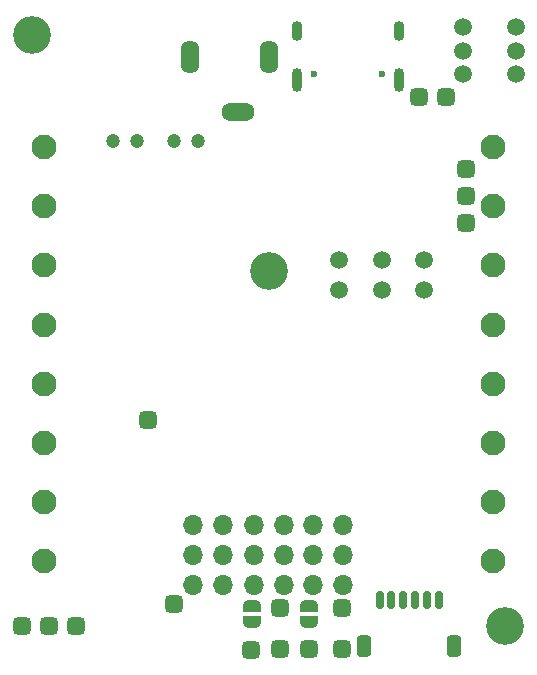
<source format=gbr>
%TF.GenerationSoftware,KiCad,Pcbnew,(7.0.0)*%
%TF.CreationDate,2023-08-07T02:07:43-04:00*%
%TF.ProjectId,NoU3,4e6f5533-2e6b-4696-9361-645f70636258,rev?*%
%TF.SameCoordinates,Original*%
%TF.FileFunction,Soldermask,Bot*%
%TF.FilePolarity,Negative*%
%FSLAX46Y46*%
G04 Gerber Fmt 4.6, Leading zero omitted, Abs format (unit mm)*
G04 Created by KiCad (PCBNEW (7.0.0)) date 2023-08-07 02:07:43*
%MOMM*%
%LPD*%
G01*
G04 APERTURE LIST*
G04 Aperture macros list*
%AMRoundRect*
0 Rectangle with rounded corners*
0 $1 Rounding radius*
0 $2 $3 $4 $5 $6 $7 $8 $9 X,Y pos of 4 corners*
0 Add a 4 corners polygon primitive as box body*
4,1,4,$2,$3,$4,$5,$6,$7,$8,$9,$2,$3,0*
0 Add four circle primitives for the rounded corners*
1,1,$1+$1,$2,$3*
1,1,$1+$1,$4,$5*
1,1,$1+$1,$6,$7*
1,1,$1+$1,$8,$9*
0 Add four rect primitives between the rounded corners*
20,1,$1+$1,$2,$3,$4,$5,0*
20,1,$1+$1,$4,$5,$6,$7,0*
20,1,$1+$1,$6,$7,$8,$9,0*
20,1,$1+$1,$8,$9,$2,$3,0*%
%AMFreePoly0*
4,1,19,0.500000,-0.750000,0.000000,-0.750000,0.000000,-0.744911,-0.071157,-0.744911,-0.207708,-0.704816,-0.327430,-0.627875,-0.420627,-0.520320,-0.479746,-0.390866,-0.500000,-0.250000,-0.500000,0.250000,-0.479746,0.390866,-0.420627,0.520320,-0.327430,0.627875,-0.207708,0.704816,-0.071157,0.744911,0.000000,0.744911,0.000000,0.750000,0.500000,0.750000,0.500000,-0.750000,0.500000,-0.750000,
$1*%
%AMFreePoly1*
4,1,19,0.000000,0.744911,0.071157,0.744911,0.207708,0.704816,0.327430,0.627875,0.420627,0.520320,0.479746,0.390866,0.500000,0.250000,0.500000,-0.250000,0.479746,-0.390866,0.420627,-0.520320,0.327430,-0.627875,0.207708,-0.704816,0.071157,-0.744911,0.000000,-0.744911,0.000000,-0.750000,-0.500000,-0.750000,-0.500000,0.750000,0.000000,0.750000,0.000000,0.744911,0.000000,0.744911,
$1*%
G04 Aperture macros list end*
%ADD10C,1.200000*%
%ADD11C,3.200000*%
%ADD12C,2.100000*%
%ADD13O,1.700000X1.700000*%
%ADD14RoundRect,0.800000X0.000000X-0.600000X0.000000X-0.600000X0.000000X0.600000X0.000000X0.600000X0*%
%ADD15RoundRect,0.800000X0.600000X0.000000X0.600000X0.000000X-0.600000X0.000000X-0.600000X0.000000X0*%
%ADD16C,1.500000*%
%ADD17C,0.600000*%
%ADD18O,0.900000X2.000000*%
%ADD19O,0.900000X1.700000*%
%ADD20RoundRect,0.375000X0.375000X0.375000X-0.375000X0.375000X-0.375000X-0.375000X0.375000X-0.375000X0*%
%ADD21RoundRect,0.375000X0.375000X-0.375000X0.375000X0.375000X-0.375000X0.375000X-0.375000X-0.375000X0*%
%ADD22RoundRect,0.375000X-0.375000X-0.375000X0.375000X-0.375000X0.375000X0.375000X-0.375000X0.375000X0*%
%ADD23FreePoly0,90.000000*%
%ADD24FreePoly1,90.000000*%
%ADD25FreePoly0,270.000000*%
%ADD26FreePoly1,270.000000*%
%ADD27RoundRect,0.150000X0.150000X0.625000X-0.150000X0.625000X-0.150000X-0.625000X0.150000X-0.625000X0*%
%ADD28RoundRect,0.250000X0.350000X0.650000X-0.350000X0.650000X-0.350000X-0.650000X0.350000X-0.650000X0*%
G04 APERTURE END LIST*
D10*
%TO.C,C39*%
X-8000000Y14000000D03*
X-6000000Y14000000D03*
%TD*%
D11*
%TO.C,*%
X-20000000Y23000000D03*
%TD*%
D12*
%TO.C,J11*%
X19000000Y-16500000D03*
X19000000Y-21500000D03*
%TD*%
D11*
%TO.C,*%
X20000000Y-27000000D03*
%TD*%
D12*
%TO.C,J6*%
X-19000000Y-1500000D03*
X-19000000Y3500000D03*
%TD*%
D13*
%TO.C,U19*%
X-1269999Y-20999999D03*
X1269999Y-20999999D03*
X-1269999Y-18459999D03*
X1269999Y-18459999D03*
X-1269999Y-23539999D03*
X1269999Y-23539999D03*
%TD*%
D14*
%TO.C,J15*%
X0Y21182500D03*
X-6650000Y21182500D03*
D15*
X-2550000Y16482500D03*
%TD*%
D16*
%TO.C,D4*%
X13200000Y1450000D03*
X13200000Y3950000D03*
%TD*%
D12*
%TO.C,J5*%
X-19000000Y8500000D03*
X-19000000Y13500000D03*
%TD*%
D17*
%TO.C,U17*%
X9590000Y19675000D03*
X3810000Y19675000D03*
D18*
X11019999Y19194999D03*
D19*
X11019999Y23364999D03*
D18*
X2379999Y19194999D03*
D19*
X2379999Y23364999D03*
%TD*%
D12*
%TO.C,J2*%
X19000000Y3500000D03*
X19000000Y-1500000D03*
%TD*%
%TO.C,J12*%
X19000000Y-6500000D03*
X19000000Y-11500000D03*
%TD*%
%TO.C,J3*%
X19000000Y13500000D03*
X19000000Y8500000D03*
%TD*%
D13*
%TO.C,U18*%
X-6369999Y-20999999D03*
X-3829999Y-20999999D03*
X-6369999Y-18459999D03*
X-3829999Y-18459999D03*
X-6369999Y-23539999D03*
X-3829999Y-23539999D03*
%TD*%
D12*
%TO.C,J9*%
X-19000000Y-21500000D03*
X-19000000Y-16500000D03*
%TD*%
D13*
%TO.C,U7*%
X3779999Y-20999999D03*
X6319999Y-20999999D03*
X3779999Y-18459999D03*
X6319999Y-18459999D03*
X3779999Y-23539999D03*
X6319999Y-23539999D03*
%TD*%
D11*
%TO.C,*%
X0Y3000000D03*
%TD*%
D16*
%TO.C,D5*%
X6000000Y1450000D03*
X6000000Y3950000D03*
%TD*%
%TO.C,U8*%
X16450000Y19700000D03*
X16450000Y21700000D03*
X16450000Y23700000D03*
X20950000Y19700000D03*
X20950000Y21700000D03*
X20950000Y23700000D03*
%TD*%
D10*
%TO.C,C20*%
X-11150000Y14000000D03*
X-13150000Y14000000D03*
%TD*%
D12*
%TO.C,J8*%
X-19000000Y-11500000D03*
X-19000000Y-6500000D03*
%TD*%
D16*
%TO.C,D6*%
X9600000Y1450000D03*
X9600000Y3950000D03*
%TD*%
D20*
%TO.C,TP8*%
X3400000Y-29000000D03*
%TD*%
%TO.C,TP6*%
X-18600000Y-27000000D03*
%TD*%
D21*
%TO.C,TP21*%
X12700000Y17800000D03*
%TD*%
D20*
%TO.C,TP9*%
X-16300000Y-27000000D03*
%TD*%
%TO.C,TP5*%
X6200000Y-25500000D03*
%TD*%
D22*
%TO.C,TP15*%
X1000000Y-25500000D03*
%TD*%
D23*
%TO.C,JP2*%
X-1400000Y-26650000D03*
D24*
X-1400000Y-25350000D03*
%TD*%
D22*
%TO.C,TP1*%
X16700000Y9400000D03*
%TD*%
D20*
%TO.C,TP3*%
X16700000Y7100000D03*
%TD*%
%TO.C,TP20*%
X15000000Y17800000D03*
%TD*%
D22*
%TO.C,TP17*%
X1000000Y-29000000D03*
%TD*%
D25*
%TO.C,JP1*%
X3400000Y-25350000D03*
D26*
X3400000Y-26650000D03*
%TD*%
D22*
%TO.C,TP2*%
X16700000Y11700000D03*
%TD*%
D20*
%TO.C,TP22*%
X-10200000Y-9600000D03*
%TD*%
%TO.C,TP7*%
X-20900000Y-27000000D03*
%TD*%
D27*
%TO.C,J16*%
X14400000Y-24800000D03*
X13400000Y-24800000D03*
X12400000Y-24800000D03*
X11400000Y-24800000D03*
X10400000Y-24800000D03*
X9400000Y-24800000D03*
D28*
X15700000Y-28675000D03*
X8100000Y-28675000D03*
%TD*%
D20*
%TO.C,TP10*%
X-8000000Y-25200000D03*
%TD*%
D22*
%TO.C,TP16*%
X-1512735Y-29060353D03*
%TD*%
D20*
%TO.C,TP4*%
X6200000Y-29000000D03*
%TD*%
M02*

</source>
